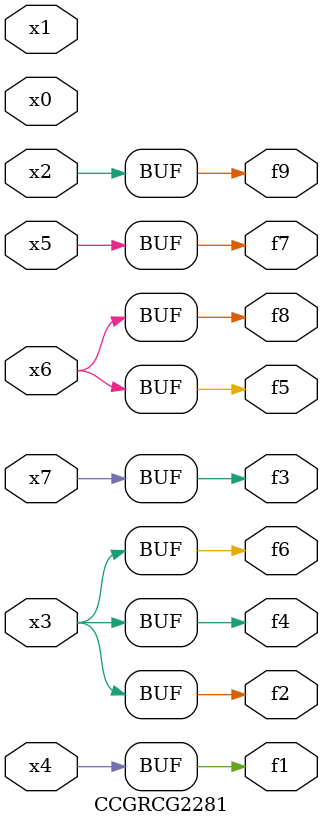
<source format=v>
module CCGRCG2281(
	input x0, x1, x2, x3, x4, x5, x6, x7,
	output f1, f2, f3, f4, f5, f6, f7, f8, f9
);
	assign f1 = x4;
	assign f2 = x3;
	assign f3 = x7;
	assign f4 = x3;
	assign f5 = x6;
	assign f6 = x3;
	assign f7 = x5;
	assign f8 = x6;
	assign f9 = x2;
endmodule

</source>
